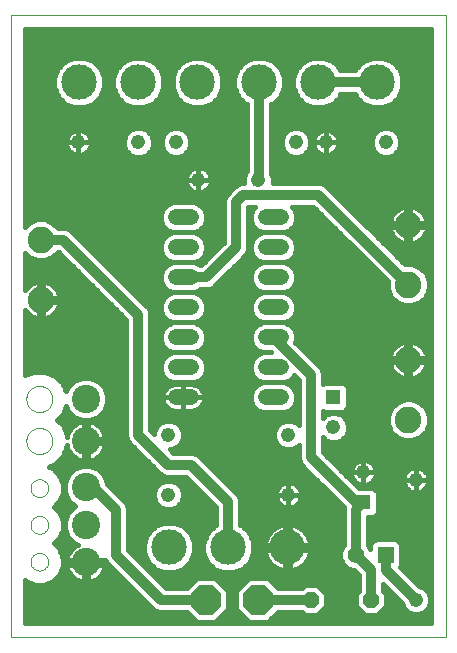
<source format=gtl>
G75*
G70*
%OFA0B0*%
%FSLAX24Y24*%
%IPPOS*%
%LPD*%
%AMOC8*
5,1,8,0,0,1.08239X$1,22.5*
%
%ADD10C,0.0000*%
%ADD11C,0.0554*%
%ADD12R,0.0554X0.0554*%
%ADD13C,0.0476*%
%ADD14C,0.1181*%
%ADD15R,0.0476X0.0476*%
%ADD16C,0.0520*%
%ADD17C,0.0945*%
%ADD18C,0.0886*%
%ADD19OC8,0.1000*%
%ADD20OC8,0.0520*%
%ADD21C,0.0320*%
%ADD22C,0.0160*%
D10*
X000181Y000181D02*
X000181Y020927D01*
X014681Y020931D01*
X014681Y000181D01*
X000181Y000181D01*
X000836Y002706D02*
X000838Y002740D01*
X000844Y002774D01*
X000854Y002807D01*
X000867Y002838D01*
X000885Y002868D01*
X000905Y002896D01*
X000929Y002921D01*
X000955Y002943D01*
X000983Y002961D01*
X001014Y002977D01*
X001046Y002989D01*
X001080Y002997D01*
X001114Y003001D01*
X001148Y003001D01*
X001182Y002997D01*
X001216Y002989D01*
X001248Y002977D01*
X001278Y002961D01*
X001307Y002943D01*
X001333Y002921D01*
X001357Y002896D01*
X001377Y002868D01*
X001395Y002838D01*
X001408Y002807D01*
X001418Y002774D01*
X001424Y002740D01*
X001426Y002706D01*
X001424Y002672D01*
X001418Y002638D01*
X001408Y002605D01*
X001395Y002574D01*
X001377Y002544D01*
X001357Y002516D01*
X001333Y002491D01*
X001307Y002469D01*
X001279Y002451D01*
X001248Y002435D01*
X001216Y002423D01*
X001182Y002415D01*
X001148Y002411D01*
X001114Y002411D01*
X001080Y002415D01*
X001046Y002423D01*
X001014Y002435D01*
X000983Y002451D01*
X000955Y002469D01*
X000929Y002491D01*
X000905Y002516D01*
X000885Y002544D01*
X000867Y002574D01*
X000854Y002605D01*
X000844Y002638D01*
X000838Y002672D01*
X000836Y002706D01*
X000836Y003931D02*
X000838Y003965D01*
X000844Y003999D01*
X000854Y004032D01*
X000867Y004063D01*
X000885Y004093D01*
X000905Y004121D01*
X000929Y004146D01*
X000955Y004168D01*
X000983Y004186D01*
X001014Y004202D01*
X001046Y004214D01*
X001080Y004222D01*
X001114Y004226D01*
X001148Y004226D01*
X001182Y004222D01*
X001216Y004214D01*
X001248Y004202D01*
X001278Y004186D01*
X001307Y004168D01*
X001333Y004146D01*
X001357Y004121D01*
X001377Y004093D01*
X001395Y004063D01*
X001408Y004032D01*
X001418Y003999D01*
X001424Y003965D01*
X001426Y003931D01*
X001424Y003897D01*
X001418Y003863D01*
X001408Y003830D01*
X001395Y003799D01*
X001377Y003769D01*
X001357Y003741D01*
X001333Y003716D01*
X001307Y003694D01*
X001279Y003676D01*
X001248Y003660D01*
X001216Y003648D01*
X001182Y003640D01*
X001148Y003636D01*
X001114Y003636D01*
X001080Y003640D01*
X001046Y003648D01*
X001014Y003660D01*
X000983Y003676D01*
X000955Y003694D01*
X000929Y003716D01*
X000905Y003741D01*
X000885Y003769D01*
X000867Y003799D01*
X000854Y003830D01*
X000844Y003863D01*
X000838Y003897D01*
X000836Y003931D01*
X000836Y005156D02*
X000838Y005190D01*
X000844Y005224D01*
X000854Y005257D01*
X000867Y005288D01*
X000885Y005318D01*
X000905Y005346D01*
X000929Y005371D01*
X000955Y005393D01*
X000983Y005411D01*
X001014Y005427D01*
X001046Y005439D01*
X001080Y005447D01*
X001114Y005451D01*
X001148Y005451D01*
X001182Y005447D01*
X001216Y005439D01*
X001248Y005427D01*
X001278Y005411D01*
X001307Y005393D01*
X001333Y005371D01*
X001357Y005346D01*
X001377Y005318D01*
X001395Y005288D01*
X001408Y005257D01*
X001418Y005224D01*
X001424Y005190D01*
X001426Y005156D01*
X001424Y005122D01*
X001418Y005088D01*
X001408Y005055D01*
X001395Y005024D01*
X001377Y004994D01*
X001357Y004966D01*
X001333Y004941D01*
X001307Y004919D01*
X001279Y004901D01*
X001248Y004885D01*
X001216Y004873D01*
X001182Y004865D01*
X001148Y004861D01*
X001114Y004861D01*
X001080Y004865D01*
X001046Y004873D01*
X001014Y004885D01*
X000983Y004901D01*
X000955Y004919D01*
X000929Y004941D01*
X000905Y004966D01*
X000885Y004994D01*
X000867Y005024D01*
X000854Y005055D01*
X000844Y005088D01*
X000838Y005122D01*
X000836Y005156D01*
X000698Y006731D02*
X000700Y006772D01*
X000706Y006813D01*
X000716Y006853D01*
X000729Y006892D01*
X000746Y006929D01*
X000767Y006965D01*
X000791Y006999D01*
X000818Y007030D01*
X000847Y007058D01*
X000880Y007084D01*
X000914Y007106D01*
X000951Y007125D01*
X000989Y007140D01*
X001029Y007152D01*
X001069Y007160D01*
X001110Y007164D01*
X001152Y007164D01*
X001193Y007160D01*
X001233Y007152D01*
X001273Y007140D01*
X001311Y007125D01*
X001347Y007106D01*
X001382Y007084D01*
X001415Y007058D01*
X001444Y007030D01*
X001471Y006999D01*
X001495Y006965D01*
X001516Y006929D01*
X001533Y006892D01*
X001546Y006853D01*
X001556Y006813D01*
X001562Y006772D01*
X001564Y006731D01*
X001562Y006690D01*
X001556Y006649D01*
X001546Y006609D01*
X001533Y006570D01*
X001516Y006533D01*
X001495Y006497D01*
X001471Y006463D01*
X001444Y006432D01*
X001415Y006404D01*
X001382Y006378D01*
X001348Y006356D01*
X001311Y006337D01*
X001273Y006322D01*
X001233Y006310D01*
X001193Y006302D01*
X001152Y006298D01*
X001110Y006298D01*
X001069Y006302D01*
X001029Y006310D01*
X000989Y006322D01*
X000951Y006337D01*
X000915Y006356D01*
X000880Y006378D01*
X000847Y006404D01*
X000818Y006432D01*
X000791Y006463D01*
X000767Y006497D01*
X000746Y006533D01*
X000729Y006570D01*
X000716Y006609D01*
X000706Y006649D01*
X000700Y006690D01*
X000698Y006731D01*
X000698Y008131D02*
X000700Y008172D01*
X000706Y008213D01*
X000716Y008253D01*
X000729Y008292D01*
X000746Y008329D01*
X000767Y008365D01*
X000791Y008399D01*
X000818Y008430D01*
X000847Y008458D01*
X000880Y008484D01*
X000914Y008506D01*
X000951Y008525D01*
X000989Y008540D01*
X001029Y008552D01*
X001069Y008560D01*
X001110Y008564D01*
X001152Y008564D01*
X001193Y008560D01*
X001233Y008552D01*
X001273Y008540D01*
X001311Y008525D01*
X001347Y008506D01*
X001382Y008484D01*
X001415Y008458D01*
X001444Y008430D01*
X001471Y008399D01*
X001495Y008365D01*
X001516Y008329D01*
X001533Y008292D01*
X001546Y008253D01*
X001556Y008213D01*
X001562Y008172D01*
X001564Y008131D01*
X001562Y008090D01*
X001556Y008049D01*
X001546Y008009D01*
X001533Y007970D01*
X001516Y007933D01*
X001495Y007897D01*
X001471Y007863D01*
X001444Y007832D01*
X001415Y007804D01*
X001382Y007778D01*
X001348Y007756D01*
X001311Y007737D01*
X001273Y007722D01*
X001233Y007710D01*
X001193Y007702D01*
X001152Y007698D01*
X001110Y007698D01*
X001069Y007702D01*
X001029Y007710D01*
X000989Y007722D01*
X000951Y007737D01*
X000915Y007756D01*
X000880Y007778D01*
X000847Y007804D01*
X000818Y007832D01*
X000791Y007863D01*
X000767Y007897D01*
X000746Y007933D01*
X000729Y007970D01*
X000716Y008009D01*
X000706Y008049D01*
X000700Y008090D01*
X000698Y008131D01*
D11*
X011681Y002931D03*
D12*
X012681Y002931D03*
D13*
X013681Y001431D03*
X013681Y005431D03*
X011931Y005681D03*
X010931Y007181D03*
X009431Y006931D03*
X009431Y004931D03*
X005431Y004931D03*
X005431Y006931D03*
X006431Y015431D03*
X005681Y016681D03*
X004431Y016681D03*
X002431Y016681D03*
X008431Y015431D03*
X009681Y016681D03*
X010681Y016681D03*
X012681Y016681D03*
D14*
X012400Y018681D03*
X010431Y018681D03*
X008463Y018681D03*
X006400Y018681D03*
X004431Y018681D03*
X002463Y018681D03*
X005463Y003181D03*
X007431Y003181D03*
X009400Y003181D03*
D15*
X011931Y004681D03*
X010931Y008181D03*
D16*
X009191Y008181D02*
X008671Y008181D01*
X008671Y009181D02*
X009191Y009181D01*
X009191Y010181D02*
X008671Y010181D01*
X008671Y011181D02*
X009191Y011181D01*
X009191Y012181D02*
X008671Y012181D01*
X008671Y013181D02*
X009191Y013181D01*
X009191Y014181D02*
X008671Y014181D01*
X006191Y014181D02*
X005671Y014181D01*
X005671Y013181D02*
X006191Y013181D01*
X006191Y012181D02*
X005671Y012181D01*
X005671Y011181D02*
X006191Y011181D01*
X006191Y010181D02*
X005671Y010181D01*
X005671Y009181D02*
X006191Y009181D01*
X006191Y008181D02*
X005671Y008181D01*
D17*
X002681Y008131D03*
X002681Y006731D03*
X002681Y005181D03*
X002681Y003931D03*
X002681Y002681D03*
D18*
X001181Y011431D03*
X001181Y013431D03*
X013431Y013931D03*
X013431Y011931D03*
X013431Y009431D03*
X013431Y007431D03*
D19*
X008431Y001431D03*
X006681Y001431D03*
D20*
X010181Y001431D03*
X012181Y001431D03*
D21*
X012181Y002431D01*
X011681Y002931D01*
X011681Y004431D01*
X011931Y004681D01*
X011681Y004681D01*
X010181Y006181D01*
X010181Y008931D01*
X008931Y010181D01*
X006681Y012181D02*
X007681Y013181D01*
X007681Y014681D01*
X007931Y014931D01*
X010431Y014931D01*
X013431Y011931D01*
X008463Y015463D02*
X008463Y018681D01*
X010431Y018681D02*
X012400Y018681D01*
X008463Y015463D02*
X008431Y015431D01*
X006681Y012181D02*
X005931Y012181D01*
X004431Y010931D02*
X004431Y006931D01*
X005431Y005931D01*
X006181Y005931D01*
X007431Y004681D01*
X007431Y003181D01*
X006681Y001431D02*
X005181Y001431D01*
X003681Y002931D01*
X003681Y004431D01*
X002931Y005181D01*
X002681Y005181D01*
X004431Y010931D02*
X001931Y013431D01*
X001181Y013431D01*
X008431Y001431D02*
X010181Y001431D01*
X012681Y002431D02*
X013681Y001431D01*
X012681Y002431D02*
X012681Y002931D01*
D22*
X013199Y002877D02*
X014201Y002877D01*
X014201Y003035D02*
X013199Y003035D01*
X013199Y003194D02*
X014201Y003194D01*
X014201Y003352D02*
X013154Y003352D01*
X013162Y003345D02*
X013095Y003412D01*
X013006Y003449D01*
X012356Y003449D01*
X012268Y003412D01*
X012201Y003345D01*
X012164Y003256D01*
X012164Y003117D01*
X012120Y003224D01*
X012081Y003263D01*
X012081Y004204D01*
X012217Y004204D01*
X012305Y004240D01*
X012373Y004308D01*
X012409Y004396D01*
X012409Y004967D01*
X012373Y005055D01*
X012305Y005123D01*
X012217Y005159D01*
X011769Y005159D01*
X010581Y006347D01*
X010581Y006856D01*
X010661Y006776D01*
X010836Y006704D01*
X011026Y006704D01*
X011202Y006776D01*
X011336Y006911D01*
X011409Y007086D01*
X011409Y007276D01*
X011336Y007452D01*
X011202Y007586D01*
X011026Y007659D01*
X010836Y007659D01*
X010661Y007586D01*
X010581Y007507D01*
X010581Y007730D01*
X010646Y007704D01*
X011217Y007704D01*
X011305Y007740D01*
X011373Y007808D01*
X011409Y007896D01*
X011409Y008467D01*
X011373Y008555D01*
X011305Y008623D01*
X011217Y008659D01*
X010646Y008659D01*
X010581Y008632D01*
X010581Y008852D01*
X010581Y009011D01*
X010520Y009158D01*
X009664Y010015D01*
X009691Y010082D01*
X009691Y010281D01*
X009615Y010465D01*
X009475Y010605D01*
X009291Y010681D01*
X008572Y010681D01*
X008388Y010605D01*
X008248Y010465D01*
X008171Y010281D01*
X008171Y010082D01*
X008248Y009898D01*
X008388Y009758D01*
X008572Y009681D01*
X008388Y009605D01*
X008248Y009465D01*
X008171Y009281D01*
X008171Y009082D01*
X008248Y008898D01*
X008388Y008758D01*
X008572Y008681D01*
X008388Y008605D01*
X008248Y008465D01*
X008171Y008281D01*
X008171Y008082D01*
X008248Y007898D01*
X008388Y007758D01*
X008572Y007681D01*
X009291Y007681D01*
X009475Y007758D01*
X009615Y007898D01*
X009691Y008082D01*
X009691Y008281D01*
X009615Y008465D01*
X009475Y008605D01*
X009291Y008681D01*
X008572Y008681D01*
X009291Y008681D01*
X009475Y008758D01*
X009615Y008898D01*
X009625Y008922D01*
X009781Y008766D01*
X009781Y007257D01*
X009702Y007336D01*
X009526Y007409D01*
X009336Y007409D01*
X009161Y007336D01*
X009026Y007202D01*
X008954Y007026D01*
X008954Y006836D01*
X009026Y006661D01*
X009161Y006526D01*
X009336Y006454D01*
X009526Y006454D01*
X009702Y006526D01*
X009781Y006606D01*
X009781Y006102D01*
X009842Y005955D01*
X009955Y005842D01*
X011283Y004514D01*
X011281Y004511D01*
X011281Y004352D01*
X011281Y003263D01*
X011243Y003224D01*
X011164Y003034D01*
X011164Y002829D01*
X011243Y002638D01*
X011388Y002493D01*
X011579Y002414D01*
X011633Y002414D01*
X011781Y002266D01*
X011781Y001739D01*
X011681Y001639D01*
X011681Y001224D01*
X011974Y000931D01*
X012389Y000931D01*
X012681Y001224D01*
X012681Y001639D01*
X012581Y001739D01*
X012581Y001966D01*
X013204Y001344D01*
X013204Y001336D01*
X013276Y001161D01*
X013411Y001026D01*
X013586Y000954D01*
X013776Y000954D01*
X013952Y001026D01*
X014086Y001161D01*
X014159Y001336D01*
X014159Y001526D01*
X014086Y001702D01*
X013952Y001836D01*
X013776Y001909D01*
X013769Y001909D01*
X013161Y002517D01*
X013162Y002518D01*
X013199Y002606D01*
X013199Y003256D01*
X013162Y003345D01*
X013199Y002718D02*
X014201Y002718D01*
X014201Y002560D02*
X013179Y002560D01*
X013277Y002401D02*
X014201Y002401D01*
X014201Y002242D02*
X013436Y002242D01*
X013595Y002084D02*
X014201Y002084D01*
X014201Y001925D02*
X013753Y001925D01*
X014022Y001767D02*
X014201Y001767D01*
X014201Y001608D02*
X014125Y001608D01*
X014159Y001450D02*
X014201Y001450D01*
X014201Y001291D02*
X014140Y001291D01*
X014201Y001133D02*
X014058Y001133D01*
X014201Y000974D02*
X013826Y000974D01*
X013537Y000974D02*
X012431Y000974D01*
X012590Y001133D02*
X013304Y001133D01*
X013222Y001291D02*
X012681Y001291D01*
X012681Y001450D02*
X013097Y001450D01*
X012939Y001608D02*
X012681Y001608D01*
X012581Y001767D02*
X012780Y001767D01*
X012622Y001925D02*
X012581Y001925D01*
X011781Y001925D02*
X010394Y001925D01*
X010389Y001931D02*
X009974Y001931D01*
X009874Y001831D01*
X009078Y001831D01*
X008738Y002171D01*
X008125Y002171D01*
X007691Y001738D01*
X007691Y001125D01*
X008125Y000691D01*
X008738Y000691D01*
X009078Y001031D01*
X009874Y001031D01*
X009974Y000931D01*
X010389Y000931D01*
X010681Y001224D01*
X010681Y001639D01*
X010389Y001931D01*
X010553Y001767D02*
X011781Y001767D01*
X011681Y001608D02*
X010681Y001608D01*
X010681Y001450D02*
X011681Y001450D01*
X011681Y001291D02*
X010681Y001291D01*
X010590Y001133D02*
X011773Y001133D01*
X011932Y000974D02*
X010431Y000974D01*
X009932Y000974D02*
X009021Y000974D01*
X008862Y000816D02*
X014201Y000816D01*
X014201Y000661D02*
X000661Y000661D01*
X000661Y002080D01*
X000692Y002049D01*
X000977Y001931D01*
X001286Y001931D01*
X001571Y002049D01*
X001789Y002267D01*
X001907Y002552D01*
X001907Y002861D01*
X001789Y003146D01*
X001615Y003319D01*
X001789Y003492D01*
X001907Y003777D01*
X001907Y004086D01*
X001789Y004371D01*
X001615Y004544D01*
X001789Y004717D01*
X001907Y005002D01*
X001907Y005311D01*
X001789Y005596D01*
X001571Y005814D01*
X001436Y005869D01*
X001649Y005957D01*
X001905Y006214D01*
X002044Y006550D01*
X002044Y006588D01*
X002062Y006521D01*
X002095Y006442D01*
X002138Y006368D01*
X002190Y006300D01*
X002250Y006240D01*
X002318Y006188D01*
X002392Y006145D01*
X002471Y006112D01*
X002554Y006090D01*
X002604Y006084D01*
X002604Y006654D01*
X002759Y006654D01*
X002759Y006809D01*
X002604Y006809D01*
X002604Y007379D01*
X002554Y007373D01*
X002471Y007351D01*
X002392Y007318D01*
X002318Y007275D01*
X002250Y007223D01*
X002190Y007162D01*
X002138Y007095D01*
X002095Y007021D01*
X002062Y006942D01*
X002044Y006875D01*
X002044Y006913D01*
X001905Y007249D01*
X001723Y007431D01*
X001905Y007614D01*
X002015Y007879D01*
X002077Y007728D01*
X002278Y007527D01*
X002540Y007419D01*
X002823Y007419D01*
X003085Y007527D01*
X003285Y007728D01*
X003394Y007990D01*
X003394Y008273D01*
X003285Y008535D01*
X003085Y008735D01*
X002823Y008844D01*
X002540Y008844D01*
X002278Y008735D01*
X002077Y008535D01*
X002015Y008384D01*
X001905Y008649D01*
X001649Y008905D01*
X001313Y009044D01*
X000950Y009044D01*
X000661Y008925D01*
X000661Y011087D01*
X000706Y011026D01*
X000776Y010956D01*
X000855Y010899D01*
X000942Y010854D01*
X001036Y010824D01*
X001114Y010811D01*
X001114Y011364D01*
X001249Y011364D01*
X001249Y011499D01*
X001114Y011499D01*
X001114Y012051D01*
X001036Y012039D01*
X000942Y012009D01*
X000855Y011964D01*
X000776Y011907D01*
X000706Y011837D01*
X000661Y011775D01*
X000661Y012986D01*
X000795Y012852D01*
X001046Y012749D01*
X001317Y012749D01*
X001568Y012852D01*
X001747Y013031D01*
X001766Y013031D01*
X004031Y010766D01*
X004031Y007011D01*
X004031Y006852D01*
X004092Y006705D01*
X005092Y005705D01*
X005205Y005592D01*
X005352Y005531D01*
X006016Y005531D01*
X007031Y004516D01*
X007031Y003915D01*
X006961Y003885D01*
X006727Y003652D01*
X006601Y003347D01*
X006601Y003016D01*
X006727Y002711D01*
X006961Y002477D01*
X007266Y002351D01*
X007597Y002351D01*
X007902Y002477D01*
X008135Y002711D01*
X008262Y003016D01*
X008262Y003347D01*
X008135Y003652D01*
X007902Y003885D01*
X007831Y003915D01*
X007831Y004761D01*
X007770Y004908D01*
X007658Y005020D01*
X006408Y006270D01*
X006261Y006331D01*
X006102Y006331D01*
X005597Y006331D01*
X005475Y006454D01*
X005526Y006454D01*
X005702Y006526D01*
X005836Y006661D01*
X005909Y006836D01*
X005909Y007026D01*
X005836Y007202D01*
X005702Y007336D01*
X005526Y007409D01*
X005336Y007409D01*
X005161Y007336D01*
X005026Y007202D01*
X004954Y007026D01*
X004954Y006975D01*
X004831Y007097D01*
X004831Y011011D01*
X004770Y011158D01*
X004658Y011270D01*
X002158Y013770D01*
X002011Y013831D01*
X001852Y013831D01*
X001747Y013831D01*
X001568Y014010D01*
X001317Y014114D01*
X001046Y014114D01*
X000795Y014010D01*
X000661Y013877D01*
X000661Y020448D01*
X014201Y020451D01*
X014201Y000661D01*
X012164Y003194D02*
X012132Y003194D01*
X012081Y003352D02*
X012209Y003352D01*
X012081Y003511D02*
X014201Y003511D01*
X014201Y003669D02*
X012081Y003669D01*
X012081Y003828D02*
X014201Y003828D01*
X014201Y003986D02*
X012081Y003986D01*
X012081Y004145D02*
X014201Y004145D01*
X014201Y004304D02*
X012369Y004304D01*
X012409Y004462D02*
X014201Y004462D01*
X014201Y004621D02*
X012409Y004621D01*
X012409Y004779D02*
X014201Y004779D01*
X014201Y004938D02*
X012409Y004938D01*
X012332Y005096D02*
X013432Y005096D01*
X013409Y005113D02*
X013462Y005074D01*
X013521Y005044D01*
X013584Y005024D01*
X013649Y005014D01*
X013681Y005014D01*
X013681Y005431D01*
X013264Y005431D01*
X013264Y005399D01*
X013274Y005334D01*
X013294Y005271D01*
X013324Y005212D01*
X013363Y005159D01*
X013409Y005113D01*
X013302Y005255D02*
X011674Y005255D01*
X011712Y005324D02*
X011659Y005363D01*
X011613Y005409D01*
X011574Y005462D01*
X011544Y005521D01*
X011524Y005584D01*
X011514Y005649D01*
X011514Y005681D01*
X011931Y005681D01*
X011931Y005682D01*
X011931Y006099D01*
X011899Y006099D01*
X011834Y006089D01*
X011771Y006069D01*
X011712Y006039D01*
X011659Y006000D01*
X011613Y005954D01*
X011574Y005900D01*
X011544Y005842D01*
X011524Y005779D01*
X011514Y005714D01*
X011514Y005682D01*
X011931Y005682D01*
X011932Y005682D01*
X011932Y006099D01*
X011964Y006099D01*
X012029Y006089D01*
X012092Y006069D01*
X012150Y006039D01*
X012204Y006000D01*
X012250Y005954D01*
X012289Y005900D01*
X012319Y005842D01*
X012339Y005779D01*
X012349Y005714D01*
X012349Y005682D01*
X011932Y005682D01*
X011932Y005681D01*
X012349Y005681D01*
X012349Y005649D01*
X012339Y005584D01*
X012319Y005521D01*
X012289Y005462D01*
X012250Y005409D01*
X012204Y005363D01*
X012150Y005324D01*
X012092Y005294D01*
X012029Y005274D01*
X011964Y005264D01*
X011932Y005264D01*
X011932Y005681D01*
X011931Y005681D01*
X011931Y005264D01*
X011899Y005264D01*
X011834Y005274D01*
X011771Y005294D01*
X011712Y005324D01*
X011610Y005413D02*
X011515Y005413D01*
X011528Y005572D02*
X011357Y005572D01*
X011198Y005730D02*
X011516Y005730D01*
X011568Y005889D02*
X011039Y005889D01*
X010881Y006048D02*
X011730Y006048D01*
X011931Y006048D02*
X011932Y006048D01*
X011931Y005889D02*
X011932Y005889D01*
X011931Y005730D02*
X011932Y005730D01*
X011931Y005572D02*
X011932Y005572D01*
X011931Y005413D02*
X011932Y005413D01*
X012253Y005413D02*
X013264Y005413D01*
X013264Y005432D02*
X013681Y005432D01*
X013681Y005849D01*
X013649Y005849D01*
X013584Y005839D01*
X013521Y005819D01*
X013462Y005789D01*
X013409Y005750D01*
X013363Y005704D01*
X013324Y005650D01*
X013294Y005592D01*
X013274Y005529D01*
X013264Y005464D01*
X013264Y005432D01*
X013288Y005572D02*
X012335Y005572D01*
X012347Y005730D02*
X013390Y005730D01*
X013681Y005730D02*
X013682Y005730D01*
X013682Y005849D02*
X013682Y005432D01*
X013681Y005432D01*
X013681Y005431D01*
X013682Y005431D01*
X013682Y005432D01*
X014099Y005432D01*
X014099Y005464D01*
X014089Y005529D01*
X014069Y005592D01*
X014039Y005650D01*
X014000Y005704D01*
X013954Y005750D01*
X013900Y005789D01*
X013842Y005819D01*
X013779Y005839D01*
X013714Y005849D01*
X013682Y005849D01*
X013681Y005572D02*
X013682Y005572D01*
X013682Y005431D02*
X014099Y005431D01*
X014099Y005399D01*
X014089Y005334D01*
X014069Y005271D01*
X014039Y005212D01*
X014000Y005159D01*
X013954Y005113D01*
X013900Y005074D01*
X013842Y005044D01*
X013779Y005024D01*
X013714Y005014D01*
X013682Y005014D01*
X013682Y005431D01*
X013681Y005413D02*
X013682Y005413D01*
X013681Y005255D02*
X013682Y005255D01*
X013681Y005096D02*
X013682Y005096D01*
X013931Y005096D02*
X014201Y005096D01*
X014201Y005255D02*
X014060Y005255D01*
X014099Y005413D02*
X014201Y005413D01*
X014201Y005572D02*
X014075Y005572D01*
X013973Y005730D02*
X014201Y005730D01*
X014201Y005889D02*
X012295Y005889D01*
X012133Y006048D02*
X014201Y006048D01*
X014201Y006206D02*
X010722Y006206D01*
X010581Y006365D02*
X014201Y006365D01*
X014201Y006523D02*
X010581Y006523D01*
X010581Y006682D02*
X014201Y006682D01*
X014201Y006840D02*
X013789Y006840D01*
X013818Y006852D02*
X014010Y007045D01*
X014114Y007296D01*
X014114Y007567D01*
X014010Y007818D01*
X013818Y008010D01*
X013567Y008114D01*
X013296Y008114D01*
X013045Y008010D01*
X012852Y007818D01*
X012749Y007567D01*
X012749Y007296D01*
X012852Y007045D01*
X013045Y006852D01*
X013296Y006749D01*
X013567Y006749D01*
X013818Y006852D01*
X013965Y006999D02*
X014201Y006999D01*
X014201Y007157D02*
X014057Y007157D01*
X014114Y007316D02*
X014201Y007316D01*
X014201Y007474D02*
X014114Y007474D01*
X014087Y007633D02*
X014201Y007633D01*
X014201Y007791D02*
X014021Y007791D01*
X013879Y007950D02*
X014201Y007950D01*
X014201Y008109D02*
X013581Y008109D01*
X013282Y008109D02*
X011409Y008109D01*
X011409Y008267D02*
X014201Y008267D01*
X014201Y008426D02*
X011409Y008426D01*
X011344Y008584D02*
X014201Y008584D01*
X014201Y008743D02*
X010581Y008743D01*
X010581Y008901D02*
X013101Y008901D01*
X013105Y008899D02*
X013192Y008854D01*
X013286Y008824D01*
X013364Y008811D01*
X013364Y009364D01*
X012811Y009364D01*
X012824Y009286D01*
X012854Y009192D01*
X012899Y009105D01*
X012956Y009026D01*
X013026Y008956D01*
X013105Y008899D01*
X013364Y008901D02*
X013499Y008901D01*
X013499Y008811D02*
X013577Y008824D01*
X013671Y008854D01*
X013758Y008899D01*
X013837Y008956D01*
X013907Y009026D01*
X013964Y009105D01*
X014009Y009192D01*
X014039Y009286D01*
X014051Y009364D01*
X013499Y009364D01*
X013499Y009499D01*
X013364Y009499D01*
X013364Y010051D01*
X013286Y010039D01*
X013192Y010009D01*
X013105Y009964D01*
X013026Y009907D01*
X012956Y009837D01*
X012899Y009758D01*
X012854Y009671D01*
X012824Y009577D01*
X012811Y009499D01*
X013364Y009499D01*
X013364Y009364D01*
X013499Y009364D01*
X013499Y008811D01*
X013499Y009060D02*
X013364Y009060D01*
X013364Y009218D02*
X013499Y009218D01*
X013499Y009377D02*
X014201Y009377D01*
X014201Y009535D02*
X014046Y009535D01*
X014051Y009499D02*
X014039Y009577D01*
X014009Y009671D01*
X013964Y009758D01*
X013907Y009837D01*
X013837Y009907D01*
X013758Y009964D01*
X013671Y010009D01*
X013577Y010039D01*
X013499Y010051D01*
X013499Y009499D01*
X014051Y009499D01*
X013997Y009694D02*
X014201Y009694D01*
X014201Y009853D02*
X013891Y009853D01*
X013663Y010011D02*
X014201Y010011D01*
X014201Y010170D02*
X009691Y010170D01*
X009672Y010328D02*
X014201Y010328D01*
X014201Y010487D02*
X009593Y010487D01*
X009475Y010758D02*
X009615Y010898D01*
X009691Y011082D01*
X009691Y011281D01*
X009615Y011465D01*
X009475Y011605D01*
X009291Y011681D01*
X008572Y011681D01*
X008388Y011605D01*
X008248Y011465D01*
X008171Y011281D01*
X008171Y011082D01*
X008248Y010898D01*
X008388Y010758D01*
X008572Y010681D01*
X009291Y010681D01*
X009475Y010758D01*
X009521Y010804D02*
X014201Y010804D01*
X014201Y010962D02*
X009642Y010962D01*
X009691Y011121D02*
X014201Y011121D01*
X014201Y011279D02*
X013642Y011279D01*
X013567Y011249D02*
X013818Y011352D01*
X014010Y011545D01*
X014114Y011796D01*
X014114Y012067D01*
X014010Y012318D01*
X013818Y012510D01*
X013567Y012614D01*
X013314Y012614D01*
X010658Y015270D01*
X010511Y015331D01*
X010352Y015331D01*
X008907Y015331D01*
X008909Y015336D01*
X008909Y015526D01*
X008863Y015638D01*
X008863Y017948D01*
X008933Y017977D01*
X009167Y018211D01*
X009293Y018516D01*
X009293Y018847D01*
X009167Y019152D01*
X008933Y019385D01*
X008628Y019512D01*
X008298Y019512D01*
X007992Y019385D01*
X007759Y019152D01*
X007632Y018847D01*
X007632Y018516D01*
X007759Y018211D01*
X007992Y017977D01*
X008063Y017948D01*
X008063Y015739D01*
X008026Y015702D01*
X007954Y015526D01*
X007954Y015336D01*
X007956Y015331D01*
X007852Y015331D01*
X007705Y015270D01*
X007592Y015158D01*
X007342Y014908D01*
X007281Y014761D01*
X007281Y014602D01*
X007281Y013347D01*
X006516Y012581D01*
X006499Y012581D01*
X006475Y012605D01*
X006291Y012681D01*
X005572Y012681D01*
X005388Y012605D01*
X005248Y012465D01*
X005171Y012281D01*
X005171Y012082D01*
X005248Y011898D01*
X005388Y011758D01*
X005572Y011681D01*
X005388Y011605D01*
X005248Y011465D01*
X005171Y011281D01*
X005171Y011082D01*
X005248Y010898D01*
X005388Y010758D01*
X005572Y010681D01*
X005388Y010605D01*
X005248Y010465D01*
X005171Y010281D01*
X005171Y010082D01*
X005248Y009898D01*
X005388Y009758D01*
X005572Y009681D01*
X005388Y009605D01*
X005248Y009465D01*
X005171Y009281D01*
X005171Y009082D01*
X005248Y008898D01*
X005388Y008758D01*
X005572Y008681D01*
X006291Y008681D01*
X006475Y008758D01*
X006615Y008898D01*
X006691Y009082D01*
X006691Y009281D01*
X006615Y009465D01*
X006475Y009605D01*
X006291Y009681D01*
X005572Y009681D01*
X006291Y009681D01*
X006475Y009758D01*
X006615Y009898D01*
X006691Y010082D01*
X006691Y010281D01*
X006615Y010465D01*
X006475Y010605D01*
X006291Y010681D01*
X005572Y010681D01*
X006291Y010681D01*
X006475Y010758D01*
X006615Y010898D01*
X006691Y011082D01*
X006691Y011281D01*
X006615Y011465D01*
X006475Y011605D01*
X006291Y011681D01*
X005572Y011681D01*
X006291Y011681D01*
X006475Y011758D01*
X006499Y011781D01*
X006761Y011781D01*
X006908Y011842D01*
X007020Y011955D01*
X007908Y012842D01*
X008020Y012955D01*
X008081Y013102D01*
X008081Y014516D01*
X008097Y014531D01*
X008314Y014531D01*
X008248Y014465D01*
X008171Y014281D01*
X008171Y014082D01*
X008248Y013898D01*
X008388Y013758D01*
X008572Y013681D01*
X008388Y013605D01*
X008248Y013465D01*
X008171Y013281D01*
X008171Y013082D01*
X008248Y012898D01*
X008388Y012758D01*
X008572Y012681D01*
X008388Y012605D01*
X008248Y012465D01*
X008171Y012281D01*
X008171Y012082D01*
X008248Y011898D01*
X008388Y011758D01*
X008572Y011681D01*
X009291Y011681D01*
X009475Y011758D01*
X009615Y011898D01*
X009691Y012082D01*
X009691Y012281D01*
X009615Y012465D01*
X009475Y012605D01*
X009291Y012681D01*
X008572Y012681D01*
X009291Y012681D01*
X009475Y012758D01*
X009615Y012898D01*
X009691Y013082D01*
X009691Y013281D01*
X009615Y013465D01*
X009475Y013605D01*
X009291Y013681D01*
X008572Y013681D01*
X009291Y013681D01*
X009475Y013758D01*
X009615Y013898D01*
X009691Y014082D01*
X009691Y014281D01*
X009615Y014465D01*
X009548Y014531D01*
X010266Y014531D01*
X012749Y012049D01*
X012749Y011796D01*
X012852Y011545D01*
X013045Y011352D01*
X013296Y011249D01*
X013567Y011249D01*
X013221Y011279D02*
X009691Y011279D01*
X009626Y011438D02*
X012959Y011438D01*
X012831Y011597D02*
X009483Y011597D01*
X009469Y011755D02*
X012765Y011755D01*
X012749Y011914D02*
X009622Y011914D01*
X009687Y012072D02*
X012725Y012072D01*
X012566Y012231D02*
X009691Y012231D01*
X009646Y012389D02*
X012408Y012389D01*
X012249Y012548D02*
X009532Y012548D01*
X009351Y012706D02*
X012091Y012706D01*
X011932Y012865D02*
X009582Y012865D01*
X009667Y013023D02*
X011774Y013023D01*
X011615Y013182D02*
X009691Y013182D01*
X009667Y013341D02*
X011457Y013341D01*
X011298Y013499D02*
X009581Y013499D01*
X009348Y013658D02*
X011140Y013658D01*
X010981Y013816D02*
X009533Y013816D01*
X009647Y013975D02*
X010822Y013975D01*
X010664Y014133D02*
X009691Y014133D01*
X009687Y014292D02*
X010505Y014292D01*
X010347Y014450D02*
X009621Y014450D01*
X008909Y015402D02*
X014201Y015402D01*
X014201Y015560D02*
X008895Y015560D01*
X008863Y015719D02*
X014201Y015719D01*
X014201Y015877D02*
X008863Y015877D01*
X008863Y016036D02*
X014201Y016036D01*
X014201Y016194D02*
X008863Y016194D01*
X008863Y016353D02*
X009334Y016353D01*
X009276Y016411D02*
X009411Y016276D01*
X009586Y016204D01*
X009776Y016204D01*
X009952Y016276D01*
X010086Y016411D01*
X010159Y016586D01*
X010159Y016776D01*
X010086Y016952D01*
X009952Y017086D01*
X009776Y017159D01*
X009586Y017159D01*
X009411Y017086D01*
X009276Y016952D01*
X009204Y016776D01*
X009204Y016586D01*
X009276Y016411D01*
X009235Y016511D02*
X008863Y016511D01*
X008863Y016670D02*
X009204Y016670D01*
X009225Y016828D02*
X008863Y016828D01*
X008863Y016987D02*
X009311Y016987D01*
X009553Y017146D02*
X008863Y017146D01*
X008863Y017304D02*
X014201Y017304D01*
X014201Y017146D02*
X012809Y017146D01*
X012776Y017159D02*
X012952Y017086D01*
X013086Y016952D01*
X013159Y016776D01*
X013159Y016586D01*
X013086Y016411D01*
X012952Y016276D01*
X012776Y016204D01*
X012586Y016204D01*
X012411Y016276D01*
X012276Y016411D01*
X012204Y016586D01*
X012204Y016776D01*
X012276Y016952D01*
X012411Y017086D01*
X012586Y017159D01*
X012776Y017159D01*
X012553Y017146D02*
X009809Y017146D01*
X010051Y016987D02*
X010396Y016987D01*
X010409Y017000D02*
X010363Y016954D01*
X010324Y016900D01*
X010294Y016842D01*
X010274Y016779D01*
X010264Y016714D01*
X010264Y016682D01*
X010681Y016682D01*
X010681Y017099D01*
X010649Y017099D01*
X010584Y017089D01*
X010521Y017069D01*
X010462Y017039D01*
X010409Y017000D01*
X010290Y016828D02*
X010138Y016828D01*
X010159Y016670D02*
X010264Y016670D01*
X010264Y016681D02*
X010264Y016649D01*
X010274Y016584D01*
X010294Y016521D01*
X010324Y016462D01*
X010363Y016409D01*
X010409Y016363D01*
X010462Y016324D01*
X010521Y016294D01*
X010584Y016274D01*
X010649Y016264D01*
X010681Y016264D01*
X010681Y016681D01*
X010682Y016681D01*
X010682Y016682D01*
X011099Y016682D01*
X011099Y016714D01*
X011089Y016779D01*
X011069Y016842D01*
X011039Y016900D01*
X011000Y016954D01*
X010954Y017000D01*
X010900Y017039D01*
X010842Y017069D01*
X010779Y017089D01*
X010714Y017099D01*
X010682Y017099D01*
X010682Y016682D01*
X010681Y016682D01*
X010681Y016681D01*
X010264Y016681D01*
X010299Y016511D02*
X010128Y016511D01*
X010029Y016353D02*
X010423Y016353D01*
X010681Y016353D02*
X010682Y016353D01*
X010682Y016264D02*
X010714Y016264D01*
X010779Y016274D01*
X010842Y016294D01*
X010900Y016324D01*
X010954Y016363D01*
X011000Y016409D01*
X011039Y016462D01*
X011069Y016521D01*
X011089Y016584D01*
X011099Y016649D01*
X011099Y016681D01*
X010682Y016681D01*
X010682Y016264D01*
X010681Y016511D02*
X010682Y016511D01*
X010681Y016670D02*
X010682Y016670D01*
X010681Y016828D02*
X010682Y016828D01*
X010681Y016987D02*
X010682Y016987D01*
X010967Y016987D02*
X012311Y016987D01*
X012225Y016828D02*
X011073Y016828D01*
X011099Y016670D02*
X012204Y016670D01*
X012235Y016511D02*
X011064Y016511D01*
X010940Y016353D02*
X012334Y016353D01*
X013029Y016353D02*
X014201Y016353D01*
X014201Y016511D02*
X013128Y016511D01*
X013159Y016670D02*
X014201Y016670D01*
X014201Y016828D02*
X013138Y016828D01*
X013051Y016987D02*
X014201Y016987D01*
X014201Y017463D02*
X008863Y017463D01*
X008863Y017621D02*
X014201Y017621D01*
X014201Y017780D02*
X008863Y017780D01*
X008863Y017938D02*
X010055Y017938D01*
X009961Y017977D02*
X010266Y017851D01*
X010597Y017851D01*
X010902Y017977D01*
X011135Y018211D01*
X011165Y018281D01*
X011667Y018281D01*
X011696Y018211D01*
X011929Y017977D01*
X012235Y017851D01*
X012565Y017851D01*
X012870Y017977D01*
X013104Y018211D01*
X013230Y018516D01*
X013230Y018847D01*
X013104Y019152D01*
X012870Y019385D01*
X012565Y019512D01*
X012235Y019512D01*
X011929Y019385D01*
X011696Y019152D01*
X011667Y019081D01*
X011165Y019081D01*
X011135Y019152D01*
X010902Y019385D01*
X010597Y019512D01*
X010266Y019512D01*
X009961Y019385D01*
X009727Y019152D01*
X009601Y018847D01*
X009601Y018516D01*
X009727Y018211D01*
X009961Y017977D01*
X009841Y018097D02*
X009053Y018097D01*
X009185Y018255D02*
X009709Y018255D01*
X009643Y018414D02*
X009251Y018414D01*
X009293Y018572D02*
X009601Y018572D01*
X009601Y018731D02*
X009293Y018731D01*
X009276Y018890D02*
X009619Y018890D01*
X009684Y019048D02*
X009210Y019048D01*
X009112Y019207D02*
X009782Y019207D01*
X009941Y019365D02*
X008954Y019365D01*
X007972Y019365D02*
X006891Y019365D01*
X006870Y019385D02*
X006565Y019512D01*
X006235Y019512D01*
X005929Y019385D01*
X005696Y019152D01*
X005569Y018847D01*
X005569Y018516D01*
X005696Y018211D01*
X005929Y017977D01*
X006235Y017851D01*
X006565Y017851D01*
X006870Y017977D01*
X007104Y018211D01*
X007230Y018516D01*
X007230Y018847D01*
X007104Y019152D01*
X006870Y019385D01*
X007049Y019207D02*
X007814Y019207D01*
X007716Y019048D02*
X007147Y019048D01*
X007213Y018890D02*
X007650Y018890D01*
X007632Y018731D02*
X007230Y018731D01*
X007230Y018572D02*
X007632Y018572D01*
X007675Y018414D02*
X007188Y018414D01*
X007122Y018255D02*
X007740Y018255D01*
X007873Y018097D02*
X006990Y018097D01*
X006776Y017938D02*
X008063Y017938D01*
X008063Y017780D02*
X000661Y017780D01*
X000661Y017938D02*
X002087Y017938D01*
X001992Y017977D02*
X002298Y017851D01*
X002628Y017851D01*
X002933Y017977D01*
X003167Y018211D01*
X003293Y018516D01*
X003293Y018847D01*
X003167Y019152D01*
X002933Y019385D01*
X002628Y019512D01*
X002298Y019512D01*
X001992Y019385D01*
X001759Y019152D01*
X001632Y018847D01*
X001632Y018516D01*
X001759Y018211D01*
X001992Y017977D01*
X001873Y018097D02*
X000661Y018097D01*
X000661Y018255D02*
X001740Y018255D01*
X001675Y018414D02*
X000661Y018414D01*
X000661Y018572D02*
X001632Y018572D01*
X001632Y018731D02*
X000661Y018731D01*
X000661Y018890D02*
X001650Y018890D01*
X001716Y019048D02*
X000661Y019048D01*
X000661Y019207D02*
X001814Y019207D01*
X001972Y019365D02*
X000661Y019365D01*
X000661Y019524D02*
X014201Y019524D01*
X014201Y019682D02*
X000661Y019682D01*
X000661Y019841D02*
X014201Y019841D01*
X014201Y019999D02*
X000661Y019999D01*
X000661Y020158D02*
X014201Y020158D01*
X014201Y020316D02*
X000661Y020316D01*
X000661Y017621D02*
X008063Y017621D01*
X008063Y017463D02*
X000661Y017463D01*
X000661Y017304D02*
X008063Y017304D01*
X008063Y017146D02*
X005809Y017146D01*
X005776Y017159D02*
X005586Y017159D01*
X005411Y017086D01*
X005276Y016952D01*
X005204Y016776D01*
X005204Y016586D01*
X005276Y016411D01*
X005411Y016276D01*
X005586Y016204D01*
X005776Y016204D01*
X005952Y016276D01*
X006086Y016411D01*
X006159Y016586D01*
X006159Y016776D01*
X006086Y016952D01*
X005952Y017086D01*
X005776Y017159D01*
X006051Y016987D02*
X008063Y016987D01*
X008063Y016828D02*
X006138Y016828D01*
X006159Y016670D02*
X008063Y016670D01*
X008063Y016511D02*
X006128Y016511D01*
X006029Y016353D02*
X008063Y016353D01*
X008063Y016194D02*
X000661Y016194D01*
X000661Y016036D02*
X008063Y016036D01*
X008063Y015877D02*
X000661Y015877D01*
X000661Y015719D02*
X006128Y015719D01*
X006113Y015704D02*
X006074Y015650D01*
X006044Y015592D01*
X006024Y015529D01*
X006014Y015464D01*
X006014Y015432D01*
X006431Y015432D01*
X006431Y015849D01*
X006399Y015849D01*
X006334Y015839D01*
X006271Y015819D01*
X006212Y015789D01*
X006159Y015750D01*
X006113Y015704D01*
X006034Y015560D02*
X000661Y015560D01*
X000661Y015402D02*
X006014Y015402D01*
X006014Y015399D02*
X006024Y015334D01*
X006044Y015271D01*
X006074Y015212D01*
X006113Y015159D01*
X006159Y015113D01*
X006212Y015074D01*
X006271Y015044D01*
X006334Y015024D01*
X006399Y015014D01*
X006431Y015014D01*
X006431Y015431D01*
X006432Y015431D01*
X006432Y015432D01*
X006849Y015432D01*
X006849Y015464D01*
X006839Y015529D01*
X006819Y015592D01*
X006789Y015650D01*
X006750Y015704D01*
X006704Y015750D01*
X006650Y015789D01*
X006592Y015819D01*
X006529Y015839D01*
X006464Y015849D01*
X006432Y015849D01*
X006432Y015432D01*
X006431Y015432D01*
X006431Y015431D01*
X006014Y015431D01*
X006014Y015399D01*
X006058Y015243D02*
X000661Y015243D01*
X000661Y015084D02*
X006198Y015084D01*
X006431Y015084D02*
X006432Y015084D01*
X006432Y015014D02*
X006464Y015014D01*
X006529Y015024D01*
X006592Y015044D01*
X006650Y015074D01*
X006704Y015113D01*
X006750Y015159D01*
X006789Y015212D01*
X006819Y015271D01*
X006839Y015334D01*
X006849Y015399D01*
X006849Y015431D01*
X006432Y015431D01*
X006432Y015014D01*
X006431Y015243D02*
X006432Y015243D01*
X006431Y015402D02*
X006432Y015402D01*
X006431Y015560D02*
X006432Y015560D01*
X006431Y015719D02*
X006432Y015719D01*
X006735Y015719D02*
X008043Y015719D01*
X007968Y015560D02*
X006829Y015560D01*
X006849Y015402D02*
X007954Y015402D01*
X007677Y015243D02*
X006804Y015243D01*
X006665Y015084D02*
X007519Y015084D01*
X007592Y015158D02*
X007592Y015158D01*
X007360Y014926D02*
X000661Y014926D01*
X000661Y014767D02*
X007284Y014767D01*
X007281Y014609D02*
X006466Y014609D01*
X006475Y014605D02*
X006291Y014681D01*
X005572Y014681D01*
X005388Y014605D01*
X005248Y014465D01*
X005171Y014281D01*
X005171Y014082D01*
X005248Y013898D01*
X005388Y013758D01*
X005572Y013681D01*
X005388Y013605D01*
X005248Y013465D01*
X005171Y013281D01*
X005171Y013082D01*
X005248Y012898D01*
X005388Y012758D01*
X005572Y012681D01*
X006291Y012681D01*
X006475Y012758D01*
X006615Y012898D01*
X006691Y013082D01*
X006691Y013281D01*
X006615Y013465D01*
X006475Y013605D01*
X006291Y013681D01*
X005572Y013681D01*
X006291Y013681D01*
X006475Y013758D01*
X006615Y013898D01*
X006691Y014082D01*
X006691Y014281D01*
X006615Y014465D01*
X006475Y014605D01*
X006621Y014450D02*
X007281Y014450D01*
X007281Y014292D02*
X006687Y014292D01*
X006691Y014133D02*
X007281Y014133D01*
X007281Y013975D02*
X006647Y013975D01*
X006533Y013816D02*
X007281Y013816D01*
X007281Y013658D02*
X006348Y013658D01*
X006581Y013499D02*
X007281Y013499D01*
X007275Y013341D02*
X006667Y013341D01*
X006691Y013182D02*
X007116Y013182D01*
X006958Y013023D02*
X006667Y013023D01*
X006582Y012865D02*
X006799Y012865D01*
X006641Y012706D02*
X006351Y012706D01*
X007020Y011955D02*
X007020Y011955D01*
X006979Y011914D02*
X008241Y011914D01*
X008175Y012072D02*
X007138Y012072D01*
X007296Y012231D02*
X008171Y012231D01*
X008216Y012389D02*
X007455Y012389D01*
X007613Y012548D02*
X008331Y012548D01*
X008512Y012706D02*
X007772Y012706D01*
X007908Y012842D02*
X007908Y012842D01*
X007931Y012865D02*
X008281Y012865D01*
X008196Y013023D02*
X008049Y013023D01*
X008081Y013182D02*
X008171Y013182D01*
X008196Y013341D02*
X008081Y013341D01*
X008081Y013499D02*
X008282Y013499D01*
X008081Y013658D02*
X008515Y013658D01*
X008330Y013816D02*
X008081Y013816D01*
X008081Y013975D02*
X008216Y013975D01*
X008171Y014133D02*
X008081Y014133D01*
X008081Y014292D02*
X008176Y014292D01*
X008242Y014450D02*
X008081Y014450D01*
X008394Y011755D02*
X006469Y011755D01*
X006483Y011597D02*
X008379Y011597D01*
X008237Y011438D02*
X006626Y011438D01*
X006691Y011279D02*
X008171Y011279D01*
X008171Y011121D02*
X006691Y011121D01*
X006642Y010962D02*
X008221Y010962D01*
X008342Y010804D02*
X006521Y010804D01*
X006378Y010645D02*
X008485Y010645D01*
X008270Y010487D02*
X006593Y010487D01*
X006672Y010328D02*
X008191Y010328D01*
X008171Y010170D02*
X006691Y010170D01*
X006662Y010011D02*
X008201Y010011D01*
X008293Y009853D02*
X006570Y009853D01*
X006544Y009535D02*
X008318Y009535D01*
X008211Y009377D02*
X006652Y009377D01*
X006691Y009218D02*
X008171Y009218D01*
X008181Y009060D02*
X006682Y009060D01*
X006617Y008901D02*
X008246Y008901D01*
X008424Y008743D02*
X006439Y008743D01*
X006360Y008589D02*
X006294Y008611D01*
X006226Y008621D01*
X005932Y008621D01*
X005932Y008182D01*
X005931Y008182D01*
X005931Y008621D01*
X005637Y008621D01*
X005568Y008611D01*
X005502Y008589D01*
X005441Y008558D01*
X005385Y008517D01*
X005336Y008468D01*
X005295Y008412D01*
X005264Y008350D01*
X005242Y008284D01*
X005231Y008216D01*
X005231Y008182D01*
X005931Y008182D01*
X005931Y008181D01*
X005932Y008181D01*
X005932Y008182D01*
X006631Y008182D01*
X006631Y008216D01*
X006621Y008284D01*
X006599Y008350D01*
X006568Y008412D01*
X006527Y008468D01*
X006478Y008517D01*
X006422Y008558D01*
X006360Y008589D01*
X006370Y008584D02*
X008367Y008584D01*
X008231Y008426D02*
X006558Y008426D01*
X006623Y008267D02*
X008171Y008267D01*
X008171Y008109D02*
X006625Y008109D01*
X006621Y008078D02*
X006631Y008147D01*
X006631Y008181D01*
X005932Y008181D01*
X005932Y007741D01*
X006226Y007741D01*
X006294Y007752D01*
X006360Y007774D01*
X006422Y007805D01*
X006478Y007846D01*
X006527Y007895D01*
X006568Y007951D01*
X006599Y008012D01*
X006621Y008078D01*
X006567Y007950D02*
X008226Y007950D01*
X008354Y007791D02*
X006395Y007791D01*
X005932Y007791D02*
X005931Y007791D01*
X005931Y007741D02*
X005931Y008181D01*
X005231Y008181D01*
X005231Y008147D01*
X005242Y008078D01*
X005264Y008012D01*
X005295Y007951D01*
X005336Y007895D01*
X005385Y007846D01*
X005441Y007805D01*
X005502Y007774D01*
X005568Y007752D01*
X005637Y007741D01*
X005931Y007741D01*
X005931Y007950D02*
X005932Y007950D01*
X005931Y008109D02*
X005932Y008109D01*
X005931Y008267D02*
X005932Y008267D01*
X005931Y008426D02*
X005932Y008426D01*
X005931Y008584D02*
X005932Y008584D01*
X005493Y008584D02*
X004831Y008584D01*
X004831Y008426D02*
X005305Y008426D01*
X005240Y008267D02*
X004831Y008267D01*
X004831Y008109D02*
X005237Y008109D01*
X005296Y007950D02*
X004831Y007950D01*
X004831Y007791D02*
X005467Y007791D01*
X005723Y007316D02*
X009140Y007316D01*
X009008Y007157D02*
X005855Y007157D01*
X005909Y006999D02*
X008954Y006999D01*
X008954Y006840D02*
X005909Y006840D01*
X005845Y006682D02*
X009018Y006682D01*
X009168Y006523D02*
X005694Y006523D01*
X005564Y006365D02*
X009781Y006365D01*
X009781Y006523D02*
X009694Y006523D01*
X009781Y006206D02*
X006472Y006206D01*
X006631Y006048D02*
X009804Y006048D01*
X009908Y005889D02*
X006789Y005889D01*
X006948Y005730D02*
X010067Y005730D01*
X010225Y005572D02*
X007107Y005572D01*
X007265Y005413D02*
X010384Y005413D01*
X010542Y005255D02*
X009697Y005255D01*
X009704Y005250D02*
X009650Y005289D01*
X009592Y005319D01*
X009529Y005339D01*
X009464Y005349D01*
X009432Y005349D01*
X009432Y004932D01*
X009849Y004932D01*
X009849Y004964D01*
X009839Y005029D01*
X009819Y005092D01*
X009789Y005150D01*
X009750Y005204D01*
X009704Y005250D01*
X009816Y005096D02*
X010701Y005096D01*
X010859Y004938D02*
X009849Y004938D01*
X009849Y004931D02*
X009432Y004931D01*
X009432Y004932D01*
X009431Y004932D01*
X009431Y005349D01*
X009399Y005349D01*
X009334Y005339D01*
X009271Y005319D01*
X009212Y005289D01*
X009159Y005250D01*
X009113Y005204D01*
X009074Y005150D01*
X009044Y005092D01*
X009024Y005029D01*
X009014Y004964D01*
X009014Y004932D01*
X009431Y004932D01*
X009431Y004931D01*
X009432Y004931D01*
X009432Y004514D01*
X009464Y004514D01*
X009529Y004524D01*
X009592Y004544D01*
X009650Y004574D01*
X009704Y004613D01*
X009750Y004659D01*
X009789Y004712D01*
X009819Y004771D01*
X009839Y004834D01*
X009849Y004899D01*
X009849Y004931D01*
X009821Y004779D02*
X011018Y004779D01*
X011176Y004621D02*
X009711Y004621D01*
X009432Y004621D02*
X009431Y004621D01*
X009431Y004514D02*
X009431Y004931D01*
X009014Y004931D01*
X009014Y004899D01*
X009024Y004834D01*
X009044Y004771D01*
X009074Y004712D01*
X009113Y004659D01*
X009159Y004613D01*
X009212Y004574D01*
X009271Y004544D01*
X009334Y004524D01*
X009399Y004514D01*
X009431Y004514D01*
X009431Y004779D02*
X009432Y004779D01*
X009431Y004938D02*
X009432Y004938D01*
X009431Y005096D02*
X009432Y005096D01*
X009431Y005255D02*
X009432Y005255D01*
X009166Y005255D02*
X007424Y005255D01*
X007582Y005096D02*
X009047Y005096D01*
X009014Y004938D02*
X007741Y004938D01*
X007824Y004779D02*
X009042Y004779D01*
X009151Y004621D02*
X007831Y004621D01*
X007831Y004462D02*
X011281Y004462D01*
X011281Y004304D02*
X007831Y004304D01*
X007831Y004145D02*
X011281Y004145D01*
X011281Y003986D02*
X007831Y003986D01*
X007959Y003828D02*
X008979Y003828D01*
X008971Y003823D02*
X008891Y003762D01*
X008819Y003691D01*
X008758Y003610D01*
X008707Y003523D01*
X008669Y003430D01*
X008643Y003332D01*
X008633Y003261D01*
X009320Y003261D01*
X009320Y003101D01*
X009480Y003101D01*
X009480Y002415D01*
X009551Y002424D01*
X009648Y002450D01*
X009741Y002489D01*
X009829Y002539D01*
X009909Y002601D01*
X009980Y002672D01*
X010042Y002752D01*
X010092Y002840D01*
X010131Y002933D01*
X010157Y003031D01*
X010167Y003101D01*
X009480Y003101D01*
X009480Y003261D01*
X010167Y003261D01*
X010157Y003332D01*
X010131Y003430D01*
X010092Y003523D01*
X010042Y003610D01*
X009980Y003691D01*
X009909Y003762D01*
X009829Y003823D01*
X009741Y003874D01*
X009648Y003913D01*
X009551Y003939D01*
X009480Y003948D01*
X009480Y003262D01*
X009320Y003262D01*
X009320Y003948D01*
X009249Y003939D01*
X009152Y003913D01*
X009058Y003874D01*
X008971Y003823D01*
X008803Y003669D02*
X008118Y003669D01*
X008194Y003511D02*
X008702Y003511D01*
X008648Y003352D02*
X008260Y003352D01*
X008262Y003194D02*
X009320Y003194D01*
X009320Y003101D02*
X008633Y003101D01*
X008643Y003031D01*
X008669Y002933D01*
X008707Y002840D01*
X008758Y002752D01*
X008819Y002672D01*
X008891Y002601D01*
X008971Y002539D01*
X009058Y002489D01*
X009152Y002450D01*
X009249Y002424D01*
X009320Y002415D01*
X009320Y003101D01*
X009320Y003035D02*
X009480Y003035D01*
X009480Y002877D02*
X009320Y002877D01*
X009320Y002718D02*
X009480Y002718D01*
X009480Y002560D02*
X009320Y002560D01*
X008945Y002560D02*
X007984Y002560D01*
X008138Y002718D02*
X008784Y002718D01*
X008692Y002877D02*
X008204Y002877D01*
X008262Y003035D02*
X008642Y003035D01*
X009320Y003352D02*
X009480Y003352D01*
X009480Y003194D02*
X011230Y003194D01*
X011281Y003352D02*
X010152Y003352D01*
X010097Y003511D02*
X011281Y003511D01*
X011281Y003669D02*
X009997Y003669D01*
X009821Y003828D02*
X011281Y003828D01*
X011165Y003035D02*
X010158Y003035D01*
X010108Y002877D02*
X011164Y002877D01*
X011210Y002718D02*
X010016Y002718D01*
X009855Y002560D02*
X011322Y002560D01*
X011646Y002401D02*
X007718Y002401D01*
X008037Y002084D02*
X007075Y002084D01*
X006988Y002171D02*
X006375Y002171D01*
X006035Y001831D01*
X005347Y001831D01*
X004081Y003097D01*
X004081Y004511D01*
X004020Y004658D01*
X003908Y004770D01*
X003394Y005285D01*
X003394Y005323D01*
X003285Y005585D01*
X003085Y005785D01*
X002823Y005894D01*
X002540Y005894D01*
X002278Y005785D01*
X002077Y005585D01*
X001969Y005323D01*
X001969Y005040D01*
X002077Y004778D01*
X002278Y004577D01*
X002329Y004556D01*
X002278Y004535D01*
X002077Y004335D01*
X001969Y004073D01*
X001969Y003790D01*
X002077Y003528D01*
X002278Y003327D01*
X002407Y003274D01*
X002392Y003268D01*
X002318Y003225D01*
X002250Y003173D01*
X002190Y003112D01*
X002138Y003045D01*
X002095Y002971D01*
X002062Y002892D01*
X002040Y002809D01*
X002034Y002759D01*
X002604Y002759D01*
X002604Y002604D01*
X002759Y002604D01*
X002759Y002759D01*
X003320Y002759D01*
X003342Y002705D01*
X004842Y001205D01*
X004955Y001092D01*
X005102Y001031D01*
X006035Y001031D01*
X006375Y000691D01*
X006988Y000691D01*
X007421Y001125D01*
X007421Y001738D01*
X006988Y002171D01*
X007145Y002401D02*
X005749Y002401D01*
X005628Y002351D02*
X005933Y002477D01*
X006167Y002711D01*
X006293Y003016D01*
X006293Y003347D01*
X006167Y003652D01*
X005933Y003885D01*
X005628Y004012D01*
X005298Y004012D01*
X004992Y003885D01*
X004759Y003652D01*
X004632Y003347D01*
X004632Y003016D01*
X004759Y002711D01*
X004992Y002477D01*
X005298Y002351D01*
X005628Y002351D01*
X006016Y002560D02*
X006879Y002560D01*
X006724Y002718D02*
X006170Y002718D01*
X006236Y002877D02*
X006659Y002877D01*
X006601Y003035D02*
X006293Y003035D01*
X006293Y003194D02*
X006601Y003194D01*
X006603Y003352D02*
X006291Y003352D01*
X006225Y003511D02*
X006669Y003511D01*
X006745Y003669D02*
X006149Y003669D01*
X005991Y003828D02*
X006903Y003828D01*
X007031Y003986D02*
X005690Y003986D01*
X005236Y003986D02*
X004081Y003986D01*
X004081Y003828D02*
X004935Y003828D01*
X004776Y003669D02*
X004081Y003669D01*
X004081Y003511D02*
X004700Y003511D01*
X004635Y003352D02*
X004081Y003352D01*
X004081Y003194D02*
X004632Y003194D01*
X004632Y003035D02*
X004143Y003035D01*
X004302Y002877D02*
X004690Y002877D01*
X004756Y002718D02*
X004460Y002718D01*
X004619Y002560D02*
X004910Y002560D01*
X004777Y002401D02*
X005177Y002401D01*
X004936Y002242D02*
X011781Y002242D01*
X011781Y002084D02*
X008825Y002084D01*
X008984Y001925D02*
X009968Y001925D01*
X009480Y003511D02*
X009320Y003511D01*
X009320Y003669D02*
X009480Y003669D01*
X009480Y003828D02*
X009320Y003828D01*
X007879Y001925D02*
X007234Y001925D01*
X007392Y001767D02*
X007720Y001767D01*
X007691Y001608D02*
X007421Y001608D01*
X007421Y001450D02*
X007691Y001450D01*
X007691Y001291D02*
X007421Y001291D01*
X007421Y001133D02*
X007691Y001133D01*
X007842Y000974D02*
X007271Y000974D01*
X007112Y000816D02*
X008001Y000816D01*
X006251Y000816D02*
X000661Y000816D01*
X000661Y000974D02*
X006092Y000974D01*
X006129Y001925D02*
X005253Y001925D01*
X005095Y002084D02*
X006287Y002084D01*
X004914Y001133D02*
X000661Y001133D01*
X000661Y001291D02*
X004756Y001291D01*
X004597Y001450D02*
X000661Y001450D01*
X000661Y001608D02*
X004439Y001608D01*
X004280Y001767D02*
X000661Y001767D01*
X000661Y001925D02*
X004122Y001925D01*
X003963Y002084D02*
X002944Y002084D01*
X002971Y002095D02*
X003045Y002138D01*
X003112Y002190D01*
X003173Y002250D01*
X003225Y002318D01*
X003268Y002392D01*
X003301Y002471D01*
X003323Y002554D01*
X003329Y002604D01*
X002759Y002604D01*
X002759Y002034D01*
X002809Y002040D01*
X002892Y002062D01*
X002971Y002095D01*
X002759Y002084D02*
X002604Y002084D01*
X002604Y002034D02*
X002604Y002604D01*
X002034Y002604D01*
X002040Y002554D01*
X002062Y002471D01*
X002095Y002392D01*
X002138Y002318D01*
X002190Y002250D01*
X002250Y002190D01*
X002318Y002138D01*
X002392Y002095D01*
X002471Y002062D01*
X002554Y002040D01*
X002604Y002034D01*
X002419Y002084D02*
X001605Y002084D01*
X001764Y002242D02*
X002198Y002242D01*
X002091Y002401D02*
X001844Y002401D01*
X001907Y002560D02*
X002039Y002560D01*
X001907Y002718D02*
X002604Y002718D01*
X002759Y002718D02*
X003337Y002718D01*
X003323Y002560D02*
X003488Y002560D01*
X003646Y002401D02*
X003271Y002401D01*
X003165Y002242D02*
X003805Y002242D01*
X002759Y002242D02*
X002604Y002242D01*
X002604Y002401D02*
X002759Y002401D01*
X002759Y002560D02*
X002604Y002560D01*
X002132Y003035D02*
X001834Y003035D01*
X001900Y002877D02*
X002058Y002877D01*
X002277Y003194D02*
X001740Y003194D01*
X001649Y003352D02*
X002253Y003352D01*
X002094Y003511D02*
X001796Y003511D01*
X001862Y003669D02*
X002019Y003669D01*
X001969Y003828D02*
X001907Y003828D01*
X001907Y003986D02*
X001969Y003986D01*
X001999Y004145D02*
X001882Y004145D01*
X001816Y004304D02*
X002064Y004304D01*
X002205Y004462D02*
X001697Y004462D01*
X001692Y004621D02*
X002235Y004621D01*
X002077Y004779D02*
X001814Y004779D01*
X001880Y004938D02*
X002011Y004938D01*
X001969Y005096D02*
X001907Y005096D01*
X001907Y005255D02*
X001969Y005255D01*
X002006Y005413D02*
X001864Y005413D01*
X001798Y005572D02*
X002072Y005572D01*
X002223Y005730D02*
X001654Y005730D01*
X001483Y005889D02*
X002528Y005889D01*
X002759Y006084D02*
X002809Y006090D01*
X002892Y006112D01*
X002971Y006145D01*
X003045Y006188D01*
X003112Y006240D01*
X003173Y006300D01*
X003225Y006368D01*
X003268Y006442D01*
X003301Y006521D01*
X003323Y006604D01*
X003329Y006654D01*
X002759Y006654D01*
X002759Y006084D01*
X002759Y006206D02*
X002604Y006206D01*
X002604Y006365D02*
X002759Y006365D01*
X002759Y006523D02*
X002604Y006523D01*
X002759Y006682D02*
X004115Y006682D01*
X004036Y006840D02*
X003325Y006840D01*
X003323Y006859D02*
X003301Y006942D01*
X003268Y007021D01*
X003225Y007095D01*
X003173Y007162D01*
X003112Y007223D01*
X003045Y007275D01*
X002971Y007318D01*
X002892Y007351D01*
X002809Y007373D01*
X002759Y007379D01*
X002759Y006809D01*
X003329Y006809D01*
X003323Y006859D01*
X003277Y006999D02*
X004031Y006999D01*
X004031Y007157D02*
X003177Y007157D01*
X002974Y007316D02*
X004031Y007316D01*
X004031Y007474D02*
X002957Y007474D01*
X002759Y007316D02*
X002604Y007316D01*
X002604Y007157D02*
X002759Y007157D01*
X002759Y006999D02*
X002604Y006999D01*
X002604Y006840D02*
X002759Y006840D01*
X002389Y007316D02*
X001838Y007316D01*
X001766Y007474D02*
X002406Y007474D01*
X002172Y007633D02*
X001913Y007633D01*
X001979Y007791D02*
X002051Y007791D01*
X002032Y008426D02*
X001998Y008426D01*
X001932Y008584D02*
X002127Y008584D01*
X002296Y008743D02*
X001811Y008743D01*
X001653Y008901D02*
X004031Y008901D01*
X004031Y008743D02*
X003067Y008743D01*
X003236Y008584D02*
X004031Y008584D01*
X004031Y008426D02*
X003331Y008426D01*
X003394Y008267D02*
X004031Y008267D01*
X004031Y008109D02*
X003394Y008109D01*
X003377Y007950D02*
X004031Y007950D01*
X004031Y007791D02*
X003312Y007791D01*
X003190Y007633D02*
X004031Y007633D01*
X004831Y007633D02*
X009781Y007633D01*
X009781Y007791D02*
X009509Y007791D01*
X009637Y007950D02*
X009781Y007950D01*
X009781Y008109D02*
X009691Y008109D01*
X009691Y008267D02*
X009781Y008267D01*
X009781Y008426D02*
X009631Y008426D01*
X009496Y008584D02*
X009781Y008584D01*
X009781Y008743D02*
X009439Y008743D01*
X009617Y008901D02*
X009646Y008901D01*
X010143Y009535D02*
X012817Y009535D01*
X012866Y009694D02*
X009984Y009694D01*
X009826Y009853D02*
X012972Y009853D01*
X013200Y010011D02*
X009667Y010011D01*
X009378Y010645D02*
X014201Y010645D01*
X014201Y011438D02*
X013904Y011438D01*
X014032Y011597D02*
X014201Y011597D01*
X014201Y011755D02*
X014098Y011755D01*
X014114Y011914D02*
X014201Y011914D01*
X014201Y012072D02*
X014112Y012072D01*
X014047Y012231D02*
X014201Y012231D01*
X014201Y012389D02*
X013939Y012389D01*
X013728Y012548D02*
X014201Y012548D01*
X014201Y012706D02*
X013222Y012706D01*
X013064Y012865D02*
X014201Y012865D01*
X014201Y013023D02*
X012905Y013023D01*
X012746Y013182D02*
X014201Y013182D01*
X014201Y013341D02*
X013629Y013341D01*
X013671Y013354D02*
X013758Y013399D01*
X013837Y013456D01*
X013907Y013526D01*
X013964Y013605D01*
X014009Y013692D01*
X014039Y013786D01*
X014051Y013864D01*
X013499Y013864D01*
X013499Y013999D01*
X013364Y013999D01*
X013364Y014551D01*
X013286Y014539D01*
X013192Y014509D01*
X013105Y014464D01*
X013026Y014407D01*
X012956Y014337D01*
X012899Y014258D01*
X012854Y014171D01*
X012824Y014077D01*
X012811Y013999D01*
X013364Y013999D01*
X013364Y013864D01*
X012811Y013864D01*
X012824Y013786D01*
X012854Y013692D01*
X012899Y013605D01*
X012956Y013526D01*
X013026Y013456D01*
X013105Y013399D01*
X013192Y013354D01*
X013286Y013324D01*
X013364Y013311D01*
X013364Y013864D01*
X013499Y013864D01*
X013499Y013311D01*
X013577Y013324D01*
X013671Y013354D01*
X013499Y013341D02*
X013364Y013341D01*
X013234Y013341D02*
X012588Y013341D01*
X012429Y013499D02*
X012983Y013499D01*
X012872Y013658D02*
X012271Y013658D01*
X012112Y013816D02*
X012819Y013816D01*
X012842Y014133D02*
X011795Y014133D01*
X011637Y014292D02*
X012923Y014292D01*
X013086Y014450D02*
X011478Y014450D01*
X011320Y014609D02*
X014201Y014609D01*
X014201Y014767D02*
X011161Y014767D01*
X011003Y014926D02*
X014201Y014926D01*
X014201Y015084D02*
X010844Y015084D01*
X010685Y015243D02*
X014201Y015243D01*
X014201Y014450D02*
X013777Y014450D01*
X013758Y014464D02*
X013671Y014509D01*
X013577Y014539D01*
X013499Y014551D01*
X013499Y013999D01*
X014051Y013999D01*
X014039Y014077D01*
X014009Y014171D01*
X013964Y014258D01*
X013907Y014337D01*
X013837Y014407D01*
X013758Y014464D01*
X013940Y014292D02*
X014201Y014292D01*
X014201Y014133D02*
X014021Y014133D01*
X014201Y013975D02*
X013499Y013975D01*
X013364Y013975D02*
X011954Y013975D01*
X013364Y014133D02*
X013499Y014133D01*
X013499Y014292D02*
X013364Y014292D01*
X013364Y014450D02*
X013499Y014450D01*
X013499Y013816D02*
X013364Y013816D01*
X013364Y013658D02*
X013499Y013658D01*
X013499Y013499D02*
X013364Y013499D01*
X013880Y013499D02*
X014201Y013499D01*
X014201Y013658D02*
X013991Y013658D01*
X014044Y013816D02*
X014201Y013816D01*
X013499Y010011D02*
X013364Y010011D01*
X013364Y009853D02*
X013499Y009853D01*
X013499Y009694D02*
X013364Y009694D01*
X013364Y009535D02*
X013499Y009535D01*
X013364Y009377D02*
X010302Y009377D01*
X010460Y009218D02*
X012846Y009218D01*
X012931Y009060D02*
X010561Y009060D01*
X011409Y007950D02*
X012984Y007950D01*
X012841Y007791D02*
X011356Y007791D01*
X011314Y007474D02*
X012749Y007474D01*
X012749Y007316D02*
X011393Y007316D01*
X011409Y007157D02*
X012806Y007157D01*
X012898Y006999D02*
X011373Y006999D01*
X011266Y006840D02*
X013074Y006840D01*
X012776Y007633D02*
X011090Y007633D01*
X010773Y007633D02*
X010581Y007633D01*
X010581Y006840D02*
X010597Y006840D01*
X009781Y007316D02*
X009723Y007316D01*
X009781Y007474D02*
X004831Y007474D01*
X004831Y007316D02*
X005140Y007316D01*
X005008Y007157D02*
X004831Y007157D01*
X004930Y006999D02*
X004954Y006999D01*
X004433Y006365D02*
X003222Y006365D01*
X003301Y006523D02*
X004274Y006523D01*
X004591Y006206D02*
X003068Y006206D01*
X002835Y005889D02*
X004908Y005889D01*
X004750Y006048D02*
X001739Y006048D01*
X001897Y006206D02*
X002294Y006206D01*
X002140Y006365D02*
X001968Y006365D01*
X002033Y006523D02*
X002062Y006523D01*
X002086Y006999D02*
X002009Y006999D01*
X001943Y007157D02*
X002186Y007157D01*
X003140Y005730D02*
X005067Y005730D01*
X005254Y005572D02*
X003291Y005572D01*
X003356Y005413D02*
X006134Y005413D01*
X006292Y005255D02*
X005784Y005255D01*
X005836Y005202D02*
X005702Y005336D01*
X005526Y005409D01*
X005336Y005409D01*
X005161Y005336D01*
X005026Y005202D01*
X004954Y005026D01*
X004954Y004836D01*
X005026Y004661D01*
X005161Y004526D01*
X005336Y004454D01*
X005526Y004454D01*
X005702Y004526D01*
X005836Y004661D01*
X005909Y004836D01*
X005909Y005026D01*
X005836Y005202D01*
X005880Y005096D02*
X006451Y005096D01*
X006609Y004938D02*
X005909Y004938D01*
X005885Y004779D02*
X006768Y004779D01*
X006926Y004621D02*
X005796Y004621D01*
X005547Y004462D02*
X007031Y004462D01*
X007031Y004304D02*
X004081Y004304D01*
X004081Y004462D02*
X005316Y004462D01*
X005066Y004621D02*
X004036Y004621D01*
X003899Y004779D02*
X004977Y004779D01*
X004954Y004938D02*
X003741Y004938D01*
X003582Y005096D02*
X004983Y005096D01*
X005079Y005255D02*
X003424Y005255D01*
X004081Y004145D02*
X007031Y004145D01*
X005424Y008743D02*
X004831Y008743D01*
X004831Y008901D02*
X005246Y008901D01*
X005181Y009060D02*
X004831Y009060D01*
X004831Y009218D02*
X005171Y009218D01*
X005211Y009377D02*
X004831Y009377D01*
X004831Y009535D02*
X005318Y009535D01*
X005541Y009694D02*
X004831Y009694D01*
X004831Y009853D02*
X005293Y009853D01*
X005201Y010011D02*
X004831Y010011D01*
X004831Y010170D02*
X005171Y010170D01*
X005191Y010328D02*
X004831Y010328D01*
X004831Y010487D02*
X005270Y010487D01*
X005485Y010645D02*
X004831Y010645D01*
X004831Y010804D02*
X005342Y010804D01*
X005221Y010962D02*
X004831Y010962D01*
X004786Y011121D02*
X005171Y011121D01*
X005171Y011279D02*
X004649Y011279D01*
X004490Y011438D02*
X005237Y011438D01*
X005379Y011597D02*
X004332Y011597D01*
X004173Y011755D02*
X005394Y011755D01*
X005241Y011914D02*
X004015Y011914D01*
X003856Y012072D02*
X005175Y012072D01*
X005171Y012231D02*
X003698Y012231D01*
X003539Y012389D02*
X005216Y012389D01*
X005331Y012548D02*
X003381Y012548D01*
X003222Y012706D02*
X005512Y012706D01*
X005281Y012865D02*
X003064Y012865D01*
X002905Y013023D02*
X005196Y013023D01*
X005171Y013182D02*
X002746Y013182D01*
X002588Y013341D02*
X005196Y013341D01*
X005282Y013499D02*
X002429Y013499D01*
X002271Y013658D02*
X005515Y013658D01*
X005330Y013816D02*
X002048Y013816D01*
X001604Y013975D02*
X005216Y013975D01*
X005171Y014133D02*
X000661Y014133D01*
X000661Y013975D02*
X000759Y013975D01*
X000661Y014292D02*
X005176Y014292D01*
X005242Y014450D02*
X000661Y014450D01*
X000661Y014609D02*
X005397Y014609D01*
X004702Y016276D02*
X004526Y016204D01*
X004336Y016204D01*
X004161Y016276D01*
X004026Y016411D01*
X003954Y016586D01*
X003954Y016776D01*
X004026Y016952D01*
X004161Y017086D01*
X004336Y017159D01*
X004526Y017159D01*
X004702Y017086D01*
X004836Y016952D01*
X004909Y016776D01*
X004909Y016586D01*
X004836Y016411D01*
X004702Y016276D01*
X004779Y016353D02*
X005334Y016353D01*
X005235Y016511D02*
X004878Y016511D01*
X004909Y016670D02*
X005204Y016670D01*
X005225Y016828D02*
X004888Y016828D01*
X004801Y016987D02*
X005311Y016987D01*
X005553Y017146D02*
X004559Y017146D01*
X004303Y017146D02*
X000661Y017146D01*
X000661Y016987D02*
X002146Y016987D01*
X002159Y017000D02*
X002113Y016954D01*
X002074Y016900D01*
X002044Y016842D01*
X002024Y016779D01*
X002014Y016714D01*
X002014Y016682D01*
X002431Y016682D01*
X002431Y017099D01*
X002399Y017099D01*
X002334Y017089D01*
X002271Y017069D01*
X002212Y017039D01*
X002159Y017000D01*
X002040Y016828D02*
X000661Y016828D01*
X000661Y016670D02*
X002014Y016670D01*
X002014Y016681D02*
X002014Y016649D01*
X002024Y016584D01*
X002044Y016521D01*
X002074Y016462D01*
X002113Y016409D01*
X002159Y016363D01*
X002212Y016324D01*
X002271Y016294D01*
X002334Y016274D01*
X002399Y016264D01*
X002431Y016264D01*
X002431Y016681D01*
X002432Y016681D01*
X002432Y016682D01*
X002849Y016682D01*
X002849Y016714D01*
X002839Y016779D01*
X002819Y016842D01*
X002789Y016900D01*
X002750Y016954D01*
X002704Y017000D01*
X002650Y017039D01*
X002592Y017069D01*
X002529Y017089D01*
X002464Y017099D01*
X002432Y017099D01*
X002432Y016682D01*
X002431Y016682D01*
X002431Y016681D01*
X002014Y016681D01*
X002049Y016511D02*
X000661Y016511D01*
X000661Y016353D02*
X002173Y016353D01*
X002431Y016353D02*
X002432Y016353D01*
X002432Y016264D02*
X002464Y016264D01*
X002529Y016274D01*
X002592Y016294D01*
X002650Y016324D01*
X002704Y016363D01*
X002750Y016409D01*
X002789Y016462D01*
X002819Y016521D01*
X002839Y016584D01*
X002849Y016649D01*
X002849Y016681D01*
X002432Y016681D01*
X002432Y016264D01*
X002431Y016511D02*
X002432Y016511D01*
X002431Y016670D02*
X002432Y016670D01*
X002431Y016828D02*
X002432Y016828D01*
X002431Y016987D02*
X002432Y016987D01*
X002717Y016987D02*
X004061Y016987D01*
X003975Y016828D02*
X002823Y016828D01*
X002849Y016670D02*
X003954Y016670D01*
X003985Y016511D02*
X002814Y016511D01*
X002690Y016353D02*
X004084Y016353D01*
X004266Y017851D02*
X004597Y017851D01*
X004902Y017977D01*
X005135Y018211D01*
X005262Y018516D01*
X005262Y018847D01*
X005135Y019152D01*
X004902Y019385D01*
X004597Y019512D01*
X004266Y019512D01*
X003961Y019385D01*
X003727Y019152D01*
X003601Y018847D01*
X003601Y018516D01*
X003727Y018211D01*
X003961Y017977D01*
X004266Y017851D01*
X004055Y017938D02*
X002839Y017938D01*
X003053Y018097D02*
X003841Y018097D01*
X003709Y018255D02*
X003185Y018255D01*
X003251Y018414D02*
X003643Y018414D01*
X003601Y018572D02*
X003293Y018572D01*
X003293Y018731D02*
X003601Y018731D01*
X003619Y018890D02*
X003276Y018890D01*
X003210Y019048D02*
X003684Y019048D01*
X003782Y019207D02*
X003112Y019207D01*
X002954Y019365D02*
X003941Y019365D01*
X004922Y019365D02*
X005909Y019365D01*
X005751Y019207D02*
X005081Y019207D01*
X005179Y019048D02*
X005653Y019048D01*
X005587Y018890D02*
X005244Y018890D01*
X005262Y018731D02*
X005569Y018731D01*
X005569Y018572D02*
X005262Y018572D01*
X005220Y018414D02*
X005612Y018414D01*
X005677Y018255D02*
X005154Y018255D01*
X005021Y018097D02*
X005810Y018097D01*
X006024Y017938D02*
X004808Y017938D01*
X001774Y013023D02*
X001739Y013023D01*
X001581Y012865D02*
X001932Y012865D01*
X002091Y012706D02*
X000661Y012706D01*
X000661Y012548D02*
X002249Y012548D01*
X002408Y012389D02*
X000661Y012389D01*
X000661Y012231D02*
X002566Y012231D01*
X002725Y012072D02*
X000661Y012072D01*
X000661Y011914D02*
X000785Y011914D01*
X001114Y011914D02*
X001249Y011914D01*
X001249Y012051D02*
X001249Y011499D01*
X001801Y011499D01*
X001789Y011577D01*
X001759Y011671D01*
X001714Y011758D01*
X001657Y011837D01*
X001587Y011907D01*
X001508Y011964D01*
X001421Y012009D01*
X001327Y012039D01*
X001249Y012051D01*
X001249Y011755D02*
X001114Y011755D01*
X001114Y011597D02*
X001249Y011597D01*
X001249Y011438D02*
X003359Y011438D01*
X003201Y011597D02*
X001783Y011597D01*
X001716Y011755D02*
X003042Y011755D01*
X002884Y011914D02*
X001577Y011914D01*
X001801Y011364D02*
X001249Y011364D01*
X001249Y010811D01*
X001327Y010824D01*
X001421Y010854D01*
X001508Y010899D01*
X001587Y010956D01*
X001657Y011026D01*
X001714Y011105D01*
X001759Y011192D01*
X001789Y011286D01*
X001801Y011364D01*
X001787Y011279D02*
X003518Y011279D01*
X003676Y011121D02*
X001722Y011121D01*
X001593Y010962D02*
X003835Y010962D01*
X003993Y010804D02*
X000661Y010804D01*
X000661Y010962D02*
X000769Y010962D01*
X000661Y010645D02*
X004031Y010645D01*
X004031Y010487D02*
X000661Y010487D01*
X000661Y010328D02*
X004031Y010328D01*
X004031Y010170D02*
X000661Y010170D01*
X000661Y010011D02*
X004031Y010011D01*
X004031Y009853D02*
X000661Y009853D01*
X000661Y009694D02*
X004031Y009694D01*
X004031Y009535D02*
X000661Y009535D01*
X000661Y009377D02*
X004031Y009377D01*
X004031Y009218D02*
X000661Y009218D01*
X000661Y009060D02*
X004031Y009060D01*
X006321Y009694D02*
X008541Y009694D01*
X008572Y009681D02*
X008866Y009681D01*
X008572Y009681D01*
X008866Y009681D02*
X008866Y009681D01*
X013761Y008901D02*
X014201Y008901D01*
X014201Y009060D02*
X013931Y009060D01*
X014017Y009218D02*
X014201Y009218D01*
X014201Y017938D02*
X012776Y017938D01*
X012990Y018097D02*
X014201Y018097D01*
X014201Y018255D02*
X013122Y018255D01*
X013188Y018414D02*
X014201Y018414D01*
X014201Y018572D02*
X013230Y018572D01*
X013230Y018731D02*
X014201Y018731D01*
X014201Y018890D02*
X013213Y018890D01*
X013147Y019048D02*
X014201Y019048D01*
X014201Y019207D02*
X013049Y019207D01*
X012891Y019365D02*
X014201Y019365D01*
X012024Y017938D02*
X010808Y017938D01*
X011021Y018097D02*
X011810Y018097D01*
X011677Y018255D02*
X011154Y018255D01*
X011081Y019207D02*
X011751Y019207D01*
X011909Y019365D02*
X010922Y019365D01*
X001249Y011279D02*
X001114Y011279D01*
X001114Y011121D02*
X001249Y011121D01*
X001249Y010962D02*
X001114Y010962D01*
X000782Y012865D02*
X000661Y012865D01*
M02*

</source>
